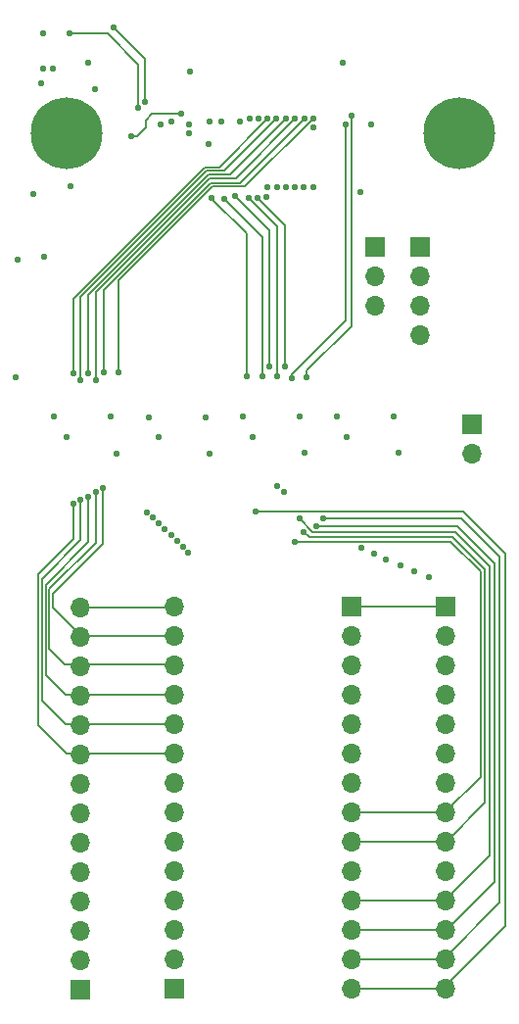
<source format=gbr>
%TF.GenerationSoftware,KiCad,Pcbnew,7.0.1*%
%TF.CreationDate,2023-09-03T17:39:20-04:00*%
%TF.ProjectId,syzygy-breakout-flash-LVL,73797a79-6779-42d6-9272-65616b6f7574,r1.0*%
%TF.SameCoordinates,PX66851e0PY4d70380*%
%TF.FileFunction,Copper,L2,Inr*%
%TF.FilePolarity,Positive*%
%FSLAX46Y46*%
G04 Gerber Fmt 4.6, Leading zero omitted, Abs format (unit mm)*
G04 Created by KiCad (PCBNEW 7.0.1) date 2023-09-03 17:39:20*
%MOMM*%
%LPD*%
G01*
G04 APERTURE LIST*
%TA.AperFunction,ComponentPad*%
%ADD10R,1.700000X1.700000*%
%TD*%
%TA.AperFunction,ComponentPad*%
%ADD11O,1.700000X1.700000*%
%TD*%
%TA.AperFunction,ComponentPad*%
%ADD12C,6.200000*%
%TD*%
%TA.AperFunction,ViaPad*%
%ADD13C,0.550000*%
%TD*%
%TA.AperFunction,Conductor*%
%ADD14C,0.200000*%
%TD*%
G04 APERTURE END LIST*
D10*
X40534000Y-34427000D03*
D11*
X40534000Y-36967000D03*
D10*
X30120000Y-50180000D03*
D11*
X30120000Y-52720000D03*
X30120000Y-55260000D03*
X30120000Y-57800000D03*
X30120000Y-60340000D03*
X30120000Y-62880000D03*
X30120000Y-65420000D03*
X30120000Y-67960000D03*
X30120000Y-70500000D03*
X30120000Y-73040000D03*
X30120000Y-75580000D03*
X30120000Y-78120000D03*
X30120000Y-80660000D03*
X30120000Y-83200000D03*
D10*
X36089000Y-19130000D03*
D11*
X36089000Y-21670000D03*
X36089000Y-24210000D03*
X36089000Y-26750000D03*
D10*
X32159300Y-19102400D03*
D11*
X32159300Y-21642400D03*
X32159300Y-24182400D03*
D10*
X14877200Y-83200000D03*
D11*
X14877200Y-80660000D03*
X14877200Y-78120000D03*
X14877200Y-75580000D03*
X14877200Y-73040000D03*
X14877200Y-70500000D03*
X14877200Y-67960000D03*
X14877200Y-65420000D03*
X14877200Y-62880000D03*
X14877200Y-60340000D03*
X14877200Y-57800000D03*
X14877200Y-55260000D03*
X14877200Y-52720000D03*
X14877200Y-50180000D03*
D10*
X38248000Y-50180000D03*
D11*
X38248000Y-52720000D03*
X38248000Y-55260000D03*
X38248000Y-57800000D03*
X38248000Y-60340000D03*
X38248000Y-62880000D03*
X38248000Y-65420000D03*
X38248000Y-67960000D03*
X38248000Y-70500000D03*
X38248000Y-73040000D03*
X38248000Y-75580000D03*
X38248000Y-78120000D03*
X38248000Y-80660000D03*
X38248000Y-83200000D03*
D10*
X6749200Y-83290400D03*
D11*
X6749200Y-80750400D03*
X6749200Y-78210400D03*
X6749200Y-75670400D03*
X6749200Y-73130400D03*
X6749200Y-70590400D03*
X6749200Y-68050400D03*
X6749200Y-65510400D03*
X6749200Y-62970400D03*
X6749200Y-60430400D03*
X6749200Y-57890400D03*
X6749200Y-55350400D03*
X6749200Y-52810400D03*
X6749200Y-50270400D03*
D12*
X39482000Y-9286000D03*
X5482000Y-9286000D03*
D13*
X13454800Y-35494600D03*
X3548800Y-19993600D03*
X3450000Y-3698000D03*
X5885600Y-13897600D03*
X1313600Y-20196800D03*
X17772800Y-10189200D03*
X31844400Y-8512800D03*
X29710800Y-35494600D03*
X13610000Y-8541873D03*
X21582800Y-35494600D03*
X3350000Y-5000000D03*
X1110400Y-30356800D03*
X5530000Y-35494600D03*
X2634400Y-14558000D03*
X7936972Y-5476000D03*
X26837927Y-8742102D03*
X11731000Y-7083100D03*
X5736000Y-650000D03*
X4339000Y-3698000D03*
X11070000Y-9540000D03*
X15442000Y-7563700D03*
X18026800Y-14913600D03*
X21074800Y-30306000D03*
X14572400Y-8309600D03*
X16096400Y-8512800D03*
X19144400Y-14964400D03*
X22446400Y-30306000D03*
X16083500Y-9248415D03*
X23056000Y-29442400D03*
X20058800Y-14710400D03*
X16150000Y-3952000D03*
X17874400Y-8258800D03*
X21300535Y-14891065D03*
X23767200Y-30306000D03*
X18890400Y-8258800D03*
X24427600Y-29442400D03*
X22046105Y-14856695D03*
X20516000Y-8309600D03*
X22766275Y-14796925D03*
X21328800Y-8055600D03*
X22090800Y-8055600D03*
X22903600Y-13948400D03*
X6088800Y-30052000D03*
X22903600Y-8055600D03*
X23665600Y-8055600D03*
X6749200Y-30610800D03*
X24478400Y-13948400D03*
X7409600Y-30001200D03*
X24478400Y-8055600D03*
X25291200Y-13948400D03*
X8070000Y-30610800D03*
X25291200Y-8055600D03*
X26053200Y-13948400D03*
X8730400Y-29950400D03*
X26104000Y-8004800D03*
X26852563Y-13934963D03*
X10051200Y-29950400D03*
X26866000Y-8004800D03*
X28900800Y-33720800D03*
X20722000Y-33771600D03*
X17521600Y-33822400D03*
X12594000Y-33822400D03*
X4415200Y-33720800D03*
X25649600Y-33771600D03*
X33828400Y-33720800D03*
X9342800Y-33720800D03*
X23716400Y-13948400D03*
X30882000Y-14366000D03*
X29358000Y-3190000D03*
X7412000Y-3190000D03*
X36822800Y-47628800D03*
X35603600Y-47094800D03*
X34376636Y-46593300D03*
X33165200Y-46091800D03*
X32098400Y-45590300D03*
X31031600Y-45088800D03*
X25240400Y-44580800D03*
X24326000Y-40313600D03*
X26050935Y-43712965D03*
X23716400Y-39805600D03*
X25646800Y-42599600D03*
X27120000Y-43209200D03*
X27729600Y-42548800D03*
X21836800Y-41990000D03*
X12437990Y-42041300D03*
X12946800Y-42498500D03*
X13505600Y-43006000D03*
X14013600Y-43514000D03*
X14572400Y-44022000D03*
X15086400Y-44524000D03*
X15557645Y-45009369D03*
X15994800Y-45546000D03*
X6088800Y-41329600D03*
X6749200Y-40974000D03*
X7409600Y-40669200D03*
X8070000Y-40313600D03*
X8679600Y-39958000D03*
X26106800Y-36870400D03*
X9800000Y-36972000D03*
X17877000Y-36972000D03*
X34234800Y-36870400D03*
X9546000Y-142000D03*
X12265000Y-6610300D03*
X3450000Y-650000D03*
X24986400Y-30458400D03*
X29666500Y-8512800D03*
X30168000Y-7801600D03*
X26307200Y-30407600D03*
D14*
X11731000Y-3343000D02*
X9038000Y-650000D01*
X11731000Y-7083100D02*
X11731000Y-3343000D01*
X9038000Y-650000D02*
X5736000Y-650000D01*
X12919300Y-7563700D02*
X12340000Y-8143000D01*
X14443000Y-7563700D02*
X15442000Y-7563700D01*
X12340000Y-8778000D02*
X11578000Y-9540000D01*
X12340000Y-8143000D02*
X12340000Y-8778000D01*
X14443000Y-7563700D02*
X12919300Y-7563700D01*
X11578000Y-9540000D02*
X11070000Y-9540000D01*
X18039505Y-14926305D02*
X21074800Y-17961600D01*
X18039505Y-14926305D02*
X18026800Y-14913600D01*
X21074800Y-17961600D02*
X21074800Y-30306000D01*
X19144400Y-14964400D02*
X22446400Y-18266400D01*
X22446400Y-18266400D02*
X22446400Y-30306000D01*
X20058800Y-14710400D02*
X23056000Y-17707600D01*
X23056000Y-17707600D02*
X23056000Y-29442400D01*
X21300535Y-14891065D02*
X23767200Y-17357730D01*
X23767200Y-17357730D02*
X23767200Y-30306000D01*
X24427600Y-17238190D02*
X24427600Y-29442400D01*
X22046105Y-14856695D02*
X24427600Y-17238190D01*
X17477400Y-12211800D02*
X6088800Y-23600400D01*
X22903600Y-8055600D02*
X18747400Y-12211800D01*
X6088800Y-23600400D02*
X6088800Y-30052000D01*
X18747400Y-12211800D02*
X17477400Y-12211800D01*
X19182400Y-12538800D02*
X17637408Y-12538800D01*
X17637408Y-12538800D02*
X6749200Y-23427008D01*
X6749200Y-23427008D02*
X6749200Y-30610800D01*
X23665600Y-8055600D02*
X19182400Y-12538800D01*
X7409600Y-23229056D02*
X7409600Y-30001200D01*
X24478400Y-8055600D02*
X19668200Y-12865800D01*
X17772856Y-12865800D02*
X7409600Y-23229056D01*
X19668200Y-12865800D02*
X17772856Y-12865800D01*
X20154000Y-13192800D02*
X17908304Y-13192800D01*
X17908304Y-13192800D02*
X8070000Y-23031104D01*
X25291200Y-8055600D02*
X20154000Y-13192800D01*
X8070000Y-23031104D02*
X8070000Y-30610800D01*
X20538200Y-13570600D02*
X17992952Y-13570600D01*
X17992952Y-13570600D02*
X8730400Y-22833152D01*
X26104000Y-8004800D02*
X20538200Y-13570600D01*
X8730400Y-22833152D02*
X8730400Y-29950400D01*
X20973200Y-13897600D02*
X18128400Y-13897600D01*
X18128400Y-13897600D02*
X10051200Y-21974800D01*
X10051200Y-21974800D02*
X10051200Y-29950400D01*
X26866000Y-8004800D02*
X20973200Y-13897600D01*
X30117200Y-50219600D02*
X38245200Y-50219600D01*
X41344000Y-47171600D02*
X38753200Y-44580800D01*
X41344000Y-64900800D02*
X41344000Y-47171600D01*
X38245200Y-67999600D02*
X41344000Y-64900800D01*
X30168000Y-67999600D02*
X38245200Y-67999600D01*
X38753200Y-44580800D02*
X25240400Y-44580800D01*
X38346800Y-70488800D02*
X41699600Y-67136000D01*
X26512370Y-44174400D02*
X26050935Y-43712965D01*
X41699600Y-67136000D02*
X41699600Y-46968400D01*
X41699600Y-46968400D02*
X38905600Y-44174400D01*
X30218800Y-70488800D02*
X38346800Y-70488800D01*
X38905600Y-44174400D02*
X26512370Y-44174400D01*
X26764400Y-43717200D02*
X25646800Y-42599600D01*
X30168000Y-75568800D02*
X38245200Y-75568800D01*
X42106000Y-46714400D02*
X39108800Y-43717200D01*
X38245200Y-75568800D02*
X42106000Y-71708000D01*
X42106000Y-71708000D02*
X42106000Y-46714400D01*
X39108800Y-43717200D02*
X26764400Y-43717200D01*
X39312000Y-43209200D02*
X42563200Y-46460400D01*
X27120000Y-43209200D02*
X39312000Y-43209200D01*
X30168000Y-78108800D02*
X38346800Y-78108800D01*
X42563200Y-46460400D02*
X42563200Y-73943200D01*
X42563200Y-73943200D02*
X38397600Y-78108800D01*
X27729600Y-42548800D02*
X39667600Y-42548800D01*
X42969600Y-45850800D02*
X42969600Y-75772000D01*
X38092800Y-80699600D02*
X30218800Y-80699600D01*
X42969600Y-75772000D02*
X38092800Y-80648800D01*
X39667600Y-42548800D02*
X42969600Y-45850800D01*
X39820000Y-41990000D02*
X43477600Y-45647600D01*
X43477600Y-77804000D02*
X38042000Y-83239600D01*
X21836800Y-41990000D02*
X39820000Y-41990000D01*
X38042000Y-83239600D02*
X30218800Y-83239600D01*
X43477600Y-45647600D02*
X43477600Y-77804000D01*
X3053600Y-47412800D02*
X3269400Y-47197000D01*
X14877200Y-62868800D02*
X6800000Y-62868800D01*
X6088800Y-41329600D02*
X6088800Y-44377600D01*
X5530000Y-62868800D02*
X6850800Y-62868800D01*
X3053600Y-60392400D02*
X5530000Y-62868800D01*
X6088800Y-44377600D02*
X3269400Y-47197000D01*
X3053600Y-60392400D02*
X3053600Y-47412800D01*
X3380600Y-47830022D02*
X3380600Y-58281000D01*
X3380600Y-58281000D02*
X5428400Y-60328800D01*
X6749200Y-44461422D02*
X3380600Y-47830022D01*
X6749200Y-40974000D02*
X6749200Y-44461422D01*
X5428400Y-60328800D02*
X14826400Y-60328800D01*
X3707600Y-56068000D02*
X5428400Y-57788800D01*
X7409600Y-44579536D02*
X3707600Y-48281536D01*
X3707600Y-48281536D02*
X3707600Y-56068000D01*
X5428400Y-57788800D02*
X14877200Y-57788800D01*
X7409600Y-40669200D02*
X7409600Y-44579536D01*
X8070000Y-44657040D02*
X4034600Y-48692440D01*
X4034600Y-48692440D02*
X4034600Y-53855000D01*
X5377600Y-55198000D02*
X14826400Y-55198000D01*
X8070000Y-40313600D02*
X8070000Y-44657040D01*
X4034600Y-53855000D02*
X5377600Y-55198000D01*
X8679600Y-39958000D02*
X8679600Y-44773233D01*
X4361600Y-49091233D02*
X4361600Y-50270400D01*
X4361600Y-50270400D02*
X6800000Y-52708800D01*
X8679600Y-44773233D02*
X4361600Y-49091233D01*
X6850800Y-52708800D02*
X14826400Y-52708800D01*
X14826400Y-50270400D02*
X6749200Y-50270400D01*
X12259556Y-2855556D02*
X12259556Y-6604856D01*
X12259556Y-6604856D02*
X12265000Y-6610300D01*
X12259556Y-2855556D02*
X9546000Y-142000D01*
X24986400Y-30102800D02*
X29666500Y-25422700D01*
X24986400Y-30458400D02*
X24986400Y-30102800D01*
X29666500Y-25422700D02*
X29666500Y-8512800D01*
X30168000Y-7801600D02*
X30168000Y-25937200D01*
X26307200Y-30407600D02*
X26307200Y-29798000D01*
X26307200Y-29798000D02*
X30168000Y-25937200D01*
M02*

</source>
